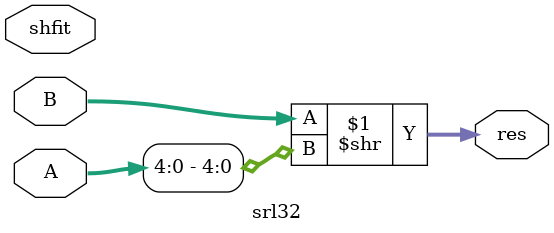
<source format=v>
`timescale 1ns / 1ps
module srl32(input [31:0] A,
				 input [31:0] B,
				 input [4:0] shfit,
				 output [31:0] res
				);
	
	assign res = B>>A[4:0];	//32Î»ÊýÓÒÒÆ¡£SP3ÒÆ1Î»,SWordÒÆshfitÎ»£¬ÐèÒªÐÞ¸ÄÂß¼­·ûºÅ£¬Ôö¼Óshfit¶Ë¿Ú

endmodule

</source>
